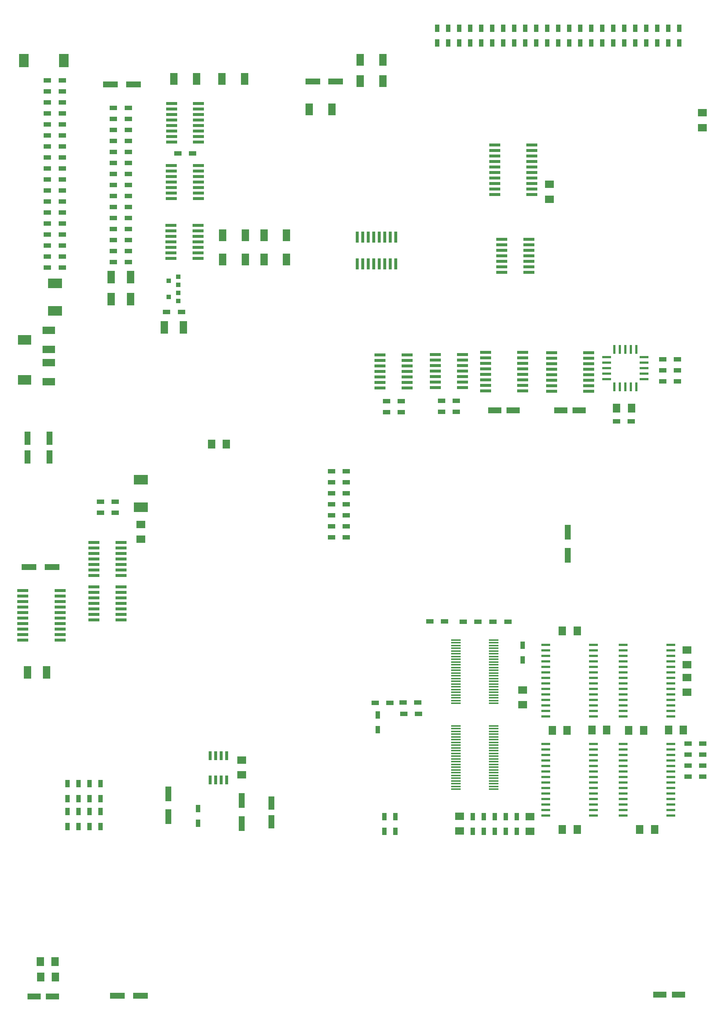
<source format=gbr>
G04 This is an RS-274x file exported by *
G04 gerbv version 2.7.0 *
G04 More information is available about gerbv at *
G04 http://gerbv.geda-project.org/ *
G04 --End of header info--*
%MOIN*%
%FSLAX36Y36*%
%IPPOS*%
G04 --Define apertures--*
%ADD10R,0.0433X0.0669*%
%ADD11R,0.0827X0.0669*%
%ADD12R,0.0669X0.0827*%
%ADD13R,0.0213X0.0827*%
%ADD14R,0.0827X0.0213*%
%ADD15R,0.1378X0.0551*%
%ADD16R,0.0551X0.1378*%
%ADD17R,0.0394X0.0394*%
%ADD18R,0.0669X0.0433*%
%ADD19R,0.0276X0.1024*%
%ADD20R,0.1024X0.0276*%
%ADD21R,0.0906X0.0118*%
%ADD22R,0.1220X0.0551*%
%ADD23R,0.0551X0.1220*%
%ADD24R,0.0276X0.0827*%
%ADD25R,0.1181X0.0669*%
%ADD26R,0.0669X0.1181*%
%ADD27R,0.1220X0.0866*%
%ADD28R,0.0866X0.1220*%
%ADD29R,0.1260X0.0906*%
%ADD30R,0.0669X0.1063*%
%ADD31R,0.0886X0.0118*%
%ADD32R,0.0118X0.0886*%
G04 --Start main section--*
G54D11*
G01X1287500Y-875492D03*
G01X1287504Y-1009870D03*
G54D12*
G01X5746878Y0181252D03*
G01X5612500Y0181252D03*
G54D11*
G01X6250000Y-2150004D03*
G01X6250000Y-2015626D03*
G01X6250000Y-2400004D03*
G01X6250000Y-2265626D03*
G01X4756252Y-2512504D03*
G01X4756252Y-2378126D03*
G54D12*
G01X5821874Y-3646874D03*
G01X5956252Y-3646874D03*
G01X5118748Y-3646874D03*
G01X5253130Y-3646874D03*
G01X6084374Y-2743748D03*
G01X6218756Y-2743748D03*
G01X5721874Y-2746874D03*
G01X5856252Y-2746874D03*
G01X5387500Y-2743748D03*
G01X5521878Y-2743748D03*
G01X5028126Y-2746874D03*
G01X5162504Y-2746874D03*
G01X5118748Y-1843748D03*
G01X5253130Y-1843748D03*
G54D11*
G01X6390626Y2728122D03*
G01X6390626Y2862500D03*
G01X5000000Y2078122D03*
G01X5000000Y2212500D03*
G54D15*
G01X1284378Y-5156252D03*
G01X1075000Y-5156252D03*
G01X0481252Y-1262504D03*
G01X0271878Y-1262504D03*
G01X1221878Y3121874D03*
G01X1012504Y3121874D03*
G01X3059378Y3146874D03*
G01X2850000Y3146874D03*
G54D16*
G01X1537500Y-3531252D03*
G01X1537500Y-3321874D03*
G01X2203126Y-3593748D03*
G01X2203126Y-3384374D03*
G01X5168748Y-1156252D03*
G01X5168748Y-946874D03*
G54D17*
G01X1628126Y1375000D03*
G01X1628126Y1300197D03*
G01X1540724Y1337598D03*
G01X1628126Y1228126D03*
G01X1628126Y1153323D03*
G01X1540724Y1190724D03*
G54D13*
G01X5690626Y0373917D03*
G01X5740626Y0373917D03*
G01X5790626Y0373917D03*
G54D14*
G01X5859917Y0443209D03*
G01X5859917Y0493209D03*
G01X5859917Y0543209D03*
G01X5859917Y0593209D03*
G01X5859917Y0643209D03*
G54D13*
G01X5790626Y0712500D03*
G01X5740626Y0712500D03*
G01X5690626Y0712500D03*
G01X5640626Y0712500D03*
G01X5590626Y0712500D03*
G54D14*
G01X5521335Y0643209D03*
G01X5521335Y0593209D03*
G01X5521335Y0543209D03*
G01X5521335Y0493209D03*
G01X5521335Y0443209D03*
G54D13*
G01X5590626Y0373917D03*
G01X5640626Y0373917D03*
G54D10*
G01X3981252Y3631252D03*
G01X3981252Y3496874D03*
G01X4081252Y3631252D03*
G01X4081252Y3496874D03*
G01X4181252Y3631252D03*
G01X4181252Y3496874D03*
G01X4281252Y3631252D03*
G01X4281252Y3496874D03*
G01X4381252Y3631252D03*
G01X4381252Y3496874D03*
G01X4481252Y3496874D03*
G01X4481252Y3631252D03*
G01X4581252Y3496874D03*
G01X4581252Y3631252D03*
G01X4681252Y3496874D03*
G01X4681252Y3631252D03*
G01X4781252Y3496874D03*
G01X4781252Y3631252D03*
G01X4881252Y3496874D03*
G01X4881252Y3631252D03*
G01X4981252Y3496874D03*
G01X4981252Y3631252D03*
G01X5081252Y3496874D03*
G01X5081252Y3631252D03*
G01X5181252Y3496874D03*
G01X5181252Y3631252D03*
G01X5281252Y3496874D03*
G01X5281252Y3631252D03*
G01X5381252Y3496874D03*
G01X5381252Y3631252D03*
G01X5481252Y3496874D03*
G01X5481252Y3631252D03*
G01X5581252Y3496874D03*
G01X5581252Y3631252D03*
G01X5681252Y3496874D03*
G01X5681252Y3631252D03*
G01X5781252Y3496874D03*
G01X5781252Y3631252D03*
G01X5881252Y3496874D03*
G01X5881252Y3631252D03*
G01X5981252Y3496874D03*
G01X5981252Y3631252D03*
G01X6081252Y3496874D03*
G01X6081252Y3631252D03*
G01X6181252Y3496874D03*
G01X6181252Y3631252D03*
G54D18*
G01X0573437Y3157811D03*
G01X0439059Y3157811D03*
G01X0573437Y3057811D03*
G01X0439059Y3057811D03*
G01X0573437Y2957811D03*
G01X0439059Y2957811D03*
G01X0573437Y2857811D03*
G01X0439059Y2857811D03*
G01X0573437Y2757811D03*
G01X0439059Y2757811D03*
G01X0439059Y2657811D03*
G01X0573437Y2657811D03*
G01X0439059Y2557811D03*
G01X0573437Y2557811D03*
G01X0439059Y2457811D03*
G01X0573437Y2457811D03*
G01X0439059Y2357811D03*
G01X0573437Y2357811D03*
G01X0439059Y2257811D03*
G01X0573437Y2257811D03*
G01X0439059Y2157811D03*
G01X0573437Y2157811D03*
G01X0439059Y2057811D03*
G01X0573437Y2057811D03*
G01X0439059Y1957811D03*
G01X0573437Y1957811D03*
G01X0439059Y1857811D03*
G01X0573437Y1857811D03*
G01X0439059Y1757811D03*
G01X0573437Y1757811D03*
G01X0439059Y1657811D03*
G01X0573437Y1657811D03*
G01X0439059Y1557811D03*
G01X0573437Y1557811D03*
G01X0439059Y1457811D03*
G01X0573437Y1457811D03*
G01X1173437Y2907811D03*
G01X1039059Y2907811D03*
G01X1173437Y2807811D03*
G01X1039059Y2807811D03*
G01X1039059Y2707811D03*
G01X1173437Y2707811D03*
G01X1039059Y2607811D03*
G01X1173437Y2607811D03*
G01X1039059Y2507811D03*
G01X1173437Y2507811D03*
G01X1039059Y2407811D03*
G01X1173437Y2407811D03*
G01X1039059Y2307811D03*
G01X1173437Y2307811D03*
G01X1039059Y2207811D03*
G01X1173437Y2207811D03*
G01X1039059Y2107811D03*
G01X1173437Y2107811D03*
G01X1039059Y2007811D03*
G01X1173437Y2007811D03*
G01X1039059Y1907811D03*
G01X1173437Y1907811D03*
G01X1039059Y1807811D03*
G01X1173437Y1807811D03*
G01X1039059Y1707811D03*
G01X1173437Y1707811D03*
G01X1039059Y1607811D03*
G01X1173437Y1607811D03*
G01X1039059Y1507811D03*
G01X1173437Y1507811D03*
G54D10*
G01X0621874Y-3365626D03*
G01X0621874Y-3231252D03*
G01X0721874Y-3365626D03*
G01X0721874Y-3231252D03*
G01X0821874Y-3365626D03*
G01X0821874Y-3231252D03*
G01X0921874Y-3365626D03*
G01X0921874Y-3231252D03*
G01X0621874Y-3618748D03*
G01X0621874Y-3484374D03*
G01X0721874Y-3618748D03*
G01X0721874Y-3484374D03*
G01X0821874Y-3618748D03*
G01X0821874Y-3484374D03*
G01X0921874Y-3618748D03*
G01X0921874Y-3484374D03*
G01X4303126Y-3662500D03*
G01X4303126Y-3528126D03*
G01X4403126Y-3662500D03*
G01X4403126Y-3528126D03*
G01X4503126Y-3662500D03*
G01X4503126Y-3528126D03*
G01X4603126Y-3662500D03*
G01X4603126Y-3528126D03*
G01X4703126Y-3662500D03*
G01X4703126Y-3528126D03*
G01X3500000Y-3662500D03*
G01X3500000Y-3528126D03*
G01X3600000Y-3662500D03*
G01X3600000Y-3528126D03*
G01X3440626Y-2740626D03*
G01X3440626Y-2606252D03*
G01X4756252Y-2106252D03*
G01X4756252Y-1971874D03*
G54D18*
G01X3020311Y-392189D03*
G01X3154685Y-392189D03*
G01X3020311Y-492189D03*
G01X3154685Y-492189D03*
G01X3020311Y-592189D03*
G01X3154685Y-592189D03*
G01X3020311Y-692189D03*
G01X3154685Y-692189D03*
G01X3020311Y-792189D03*
G01X3154685Y-792189D03*
G01X3020311Y-892189D03*
G01X3154685Y-892189D03*
G01X3020311Y-992189D03*
G01X3154685Y-992189D03*
G01X0920311Y-670315D03*
G01X1054685Y-670315D03*
G01X0920311Y-770315D03*
G01X1054685Y-770315D03*
G01X3520311Y0242189D03*
G01X3654685Y0242189D03*
G01X3520311Y0142189D03*
G01X3654685Y0142189D03*
G01X4020311Y0245315D03*
G01X4154685Y0245315D03*
G01X4020311Y0145315D03*
G01X4154685Y0145315D03*
G01X5610937Y0060937D03*
G01X5745311Y0060937D03*
G01X6029685Y0623437D03*
G01X6164063Y0623437D03*
G01X6029685Y0523437D03*
G01X6164063Y0523437D03*
G01X6029685Y0423437D03*
G01X6164063Y0423437D03*
G01X3914063Y-1757811D03*
G01X4048437Y-1757811D03*
G01X4217185Y-1760937D03*
G01X4351559Y-1760937D03*
G01X4489063Y-1760937D03*
G01X4623437Y-1760937D03*
G01X3417185Y-2495315D03*
G01X3551559Y-2495315D03*
G01X3670311Y-2492189D03*
G01X3804685Y-2492189D03*
G01X3676559Y-2595315D03*
G01X3810937Y-2595315D03*
G01X6260937Y-2867189D03*
G01X6395311Y-2867189D03*
G01X6260937Y-2967189D03*
G01X6395311Y-2967189D03*
G01X6260937Y-3067189D03*
G01X6395311Y-3067189D03*
G01X6260937Y-3167189D03*
G01X6395311Y-3167189D03*
G54D10*
G01X1806252Y-3590626D03*
G01X1806252Y-3456252D03*
G54D12*
G01X0375000Y-4846874D03*
G01X0509378Y-4846874D03*
G01X0378126Y-4987500D03*
G01X0512504Y-4987496D03*
G54D11*
G01X4184378Y-3659378D03*
G01X4184374Y-3525000D03*
G01X4825000Y-3662504D03*
G01X4825000Y-3528126D03*
G01X2203126Y-3150004D03*
G01X2203126Y-3015626D03*
G54D14*
G01X6104945Y-3518748D03*
G01X6104945Y-3468748D03*
G01X6104945Y-3418748D03*
G01X6104945Y-3368748D03*
G01X6104945Y-3318748D03*
G01X6104945Y-3268748D03*
G01X6104945Y-3218748D03*
G01X6104945Y-3168748D03*
G01X6104945Y-3118748D03*
G01X6104945Y-3068748D03*
G01X6104945Y-3018748D03*
G01X6104945Y-2968748D03*
G01X6104945Y-2918748D03*
G01X6104945Y-2868748D03*
G01X5671874Y-2868748D03*
G01X5671874Y-2918748D03*
G01X5671874Y-2968748D03*
G01X5671874Y-3018748D03*
G01X5671874Y-3068748D03*
G01X5671874Y-3118748D03*
G01X5671874Y-3168748D03*
G01X5671874Y-3218748D03*
G01X5671874Y-3268748D03*
G01X5671874Y-3318748D03*
G01X5671874Y-3368748D03*
G01X5671874Y-3418748D03*
G01X5671874Y-3468748D03*
G01X5671874Y-3518748D03*
G01X5401819Y-3518748D03*
G01X5401819Y-3468748D03*
G01X5401819Y-3418748D03*
G01X5401819Y-3368748D03*
G01X5401819Y-3318748D03*
G01X5401819Y-3268748D03*
G01X5401819Y-3218748D03*
G01X5401819Y-3168748D03*
G01X5401819Y-3118748D03*
G01X5401819Y-3068748D03*
G01X5401819Y-3018748D03*
G01X5401819Y-2968748D03*
G01X5401819Y-2918748D03*
G01X5401819Y-2868748D03*
G01X4968748Y-2868748D03*
G01X4968748Y-2918748D03*
G01X4968748Y-2968748D03*
G01X4968748Y-3018748D03*
G01X4968748Y-3068748D03*
G01X4968748Y-3118748D03*
G01X4968748Y-3168748D03*
G01X4968748Y-3218748D03*
G01X4968748Y-3268748D03*
G01X4968748Y-3318748D03*
G01X4968748Y-3368748D03*
G01X4968748Y-3418748D03*
G01X4968748Y-3468748D03*
G01X4968748Y-3518748D03*
G01X6104945Y-2618748D03*
G01X6104945Y-2568748D03*
G01X6104945Y-2518748D03*
G01X6104945Y-2468748D03*
G01X6104945Y-2418748D03*
G01X6104945Y-2368748D03*
G01X6104945Y-2318748D03*
G01X6104945Y-2268748D03*
G01X6104945Y-2218748D03*
G01X6104945Y-2168748D03*
G01X6104945Y-2118748D03*
G01X6104945Y-2068748D03*
G01X6104945Y-2018748D03*
G01X6104945Y-1968748D03*
G01X5671874Y-1968748D03*
G01X5671874Y-2018748D03*
G01X5671874Y-2068748D03*
G01X5671874Y-2118748D03*
G01X5671874Y-2168748D03*
G01X5671874Y-2218748D03*
G01X5671874Y-2268748D03*
G01X5671874Y-2318748D03*
G01X5671874Y-2368748D03*
G01X5671874Y-2418748D03*
G01X5671874Y-2468748D03*
G01X5671874Y-2518748D03*
G01X5671874Y-2568748D03*
G01X5671874Y-2618748D03*
G01X5401819Y-2618748D03*
G01X5401819Y-2568748D03*
G01X5401819Y-2518748D03*
G01X5401819Y-2468748D03*
G01X5401819Y-2418748D03*
G01X5401819Y-2368748D03*
G01X5401819Y-2318748D03*
G01X5401819Y-2268748D03*
G01X5401819Y-2218748D03*
G01X5401819Y-2168748D03*
G01X5401819Y-2118748D03*
G01X5401819Y-2068748D03*
G01X5401819Y-2018748D03*
G01X5401819Y-1968748D03*
G01X4968748Y-1968748D03*
G01X4968748Y-2018748D03*
G01X4968748Y-2068748D03*
G01X4968748Y-2118748D03*
G01X4968748Y-2168748D03*
G01X4968748Y-2218748D03*
G01X4968748Y-2268748D03*
G01X4968748Y-2318748D03*
G01X4968748Y-2368748D03*
G01X4968748Y-2418748D03*
G01X4968748Y-2468748D03*
G01X4968748Y-2518748D03*
G01X4968748Y-2568748D03*
G01X4968748Y-2618748D03*
G54D19*
G01X3253126Y1734374D03*
G01X3303126Y1734374D03*
G01X3353126Y1734374D03*
G01X3403126Y1734374D03*
G01X3453126Y1734374D03*
G01X3503126Y1734374D03*
G01X3553126Y1734374D03*
G01X3603126Y1734374D03*
G01X3253126Y1490626D03*
G01X3303126Y1490626D03*
G01X3353126Y1490626D03*
G01X3403126Y1490626D03*
G01X3453126Y1490626D03*
G01X3503126Y1490626D03*
G01X3553126Y1490626D03*
G01X3603126Y1490626D03*
G54D20*
G01X4212500Y0665626D03*
G01X4212500Y0615626D03*
G01X4212500Y0565626D03*
G01X4212500Y0515626D03*
G01X4212500Y0465626D03*
G01X4212500Y0415626D03*
G01X4212500Y0365626D03*
G01X3965626Y0665626D03*
G01X3965626Y0615626D03*
G01X3965626Y0565626D03*
G01X3965626Y0515626D03*
G01X3965626Y0465626D03*
G01X3965626Y0415626D03*
G01X3965626Y0365626D03*
G01X3709374Y0662500D03*
G01X3709374Y0612500D03*
G01X3709374Y0562500D03*
G01X3709374Y0512500D03*
G01X3709374Y0462500D03*
G01X3709374Y0412500D03*
G01X3709374Y0362500D03*
G01X3462500Y0662500D03*
G01X3462500Y0612500D03*
G01X3462500Y0562500D03*
G01X3462500Y0512500D03*
G01X3462500Y0462500D03*
G01X3462500Y0412500D03*
G01X3462500Y0362500D03*
G01X4815626Y1712500D03*
G01X4815626Y1662500D03*
G01X4815626Y1612500D03*
G01X4815626Y1562500D03*
G01X4815626Y1512500D03*
G01X4815626Y1462500D03*
G01X4815626Y1412500D03*
G01X4568748Y1712500D03*
G01X4568748Y1662500D03*
G01X4568748Y1612500D03*
G01X4568748Y1562500D03*
G01X4568748Y1512500D03*
G01X4568748Y1462500D03*
G01X4568748Y1412500D03*
G01X4759374Y0687500D03*
G01X4759374Y0637500D03*
G01X4759374Y0587500D03*
G01X4759374Y0537500D03*
G01X4759374Y0487500D03*
G01X4759374Y0437500D03*
G01X4759374Y0387500D03*
G01X4759374Y0337500D03*
G01X4421874Y0687500D03*
G01X4421874Y0637500D03*
G01X4421874Y0587500D03*
G01X4421874Y0537500D03*
G01X4421874Y0487500D03*
G01X4421874Y0437500D03*
G01X4421874Y0387500D03*
G01X4421874Y0337500D03*
G01X5359374Y0684374D03*
G01X5359374Y0634374D03*
G01X5359374Y0584374D03*
G01X5359374Y0534374D03*
G01X5359374Y0484374D03*
G01X5359374Y0434374D03*
G01X5359374Y0384374D03*
G01X5359374Y0334374D03*
G01X5021874Y0684374D03*
G01X5021874Y0634374D03*
G01X5021874Y0584374D03*
G01X5021874Y0534374D03*
G01X5021874Y0484374D03*
G01X5021874Y0434374D03*
G01X5021874Y0384374D03*
G01X5021874Y0334374D03*
G01X4840626Y2568748D03*
G01X4840626Y2518748D03*
G01X4840626Y2468748D03*
G01X4840626Y2418748D03*
G01X4840626Y2368748D03*
G01X4840626Y2318748D03*
G01X4840626Y2268748D03*
G01X4840626Y2218748D03*
G01X4503126Y2568748D03*
G01X4503126Y2518748D03*
G01X4503126Y2468748D03*
G01X4503126Y2418748D03*
G01X4503126Y2368748D03*
G01X4503126Y2318748D03*
G01X4503126Y2268748D03*
G01X4503126Y2218748D03*
G01X4840626Y2168748D03*
G01X4840626Y2118748D03*
G01X4503126Y2168748D03*
G01X4503126Y2118748D03*
G01X0553126Y-1475000D03*
G01X0553126Y-1525000D03*
G01X0553126Y-1575000D03*
G01X0553126Y-1625000D03*
G01X0553126Y-1675000D03*
G01X0553126Y-1725000D03*
G01X0553126Y-1775000D03*
G01X0553126Y-1825000D03*
G01X0215626Y-1475000D03*
G01X0215626Y-1525000D03*
G01X0215626Y-1575000D03*
G01X0215626Y-1625000D03*
G01X0215626Y-1675000D03*
G01X0215626Y-1725000D03*
G01X0215626Y-1775000D03*
G01X0215626Y-1825000D03*
G01X0553126Y-1875000D03*
G01X0553126Y-1925000D03*
G01X0215626Y-1875000D03*
G01X0215626Y-1925000D03*
G01X1109374Y-1443748D03*
G01X1109374Y-1493748D03*
G01X1109374Y-1543748D03*
G01X1109374Y-1593748D03*
G01X1109374Y-1643748D03*
G01X1109374Y-1693748D03*
G01X1109374Y-1743748D03*
G01X0862500Y-1443748D03*
G01X0862500Y-1493748D03*
G01X0862500Y-1543748D03*
G01X0862500Y-1593748D03*
G01X0862500Y-1643748D03*
G01X0862500Y-1693748D03*
G01X0862500Y-1743748D03*
G01X1109374Y-1040626D03*
G01X1109374Y-1090626D03*
G01X1109374Y-1140626D03*
G01X1109374Y-1190626D03*
G01X1109374Y-1240626D03*
G01X1109374Y-1290626D03*
G01X1109374Y-1340626D03*
G01X0862500Y-1040626D03*
G01X0862500Y-1090626D03*
G01X0862500Y-1140626D03*
G01X0862500Y-1190626D03*
G01X0862500Y-1240626D03*
G01X0862500Y-1290626D03*
G01X0862500Y-1340626D03*
G01X1809374Y1840626D03*
G01X1809374Y1790626D03*
G01X1809374Y1740626D03*
G01X1809374Y1690626D03*
G01X1809374Y1640626D03*
G01X1809374Y1590626D03*
G01X1809374Y1540626D03*
G01X1562500Y1840626D03*
G01X1562500Y1790626D03*
G01X1562500Y1740626D03*
G01X1562500Y1690626D03*
G01X1562500Y1640626D03*
G01X1562500Y1590626D03*
G01X1562500Y1540626D03*
G01X1812500Y2384374D03*
G01X1812500Y2334374D03*
G01X1812500Y2284374D03*
G01X1812500Y2234374D03*
G01X1812500Y2184374D03*
G01X1812500Y2134374D03*
G01X1812500Y2084374D03*
G01X1565626Y2384374D03*
G01X1565626Y2334374D03*
G01X1565626Y2284374D03*
G01X1565626Y2234374D03*
G01X1565626Y2184374D03*
G01X1565626Y2134374D03*
G01X1565626Y2084374D03*
G54D18*
G01X1623437Y2492189D03*
G01X1757811Y2492185D03*
G54D20*
G01X1812500Y2946874D03*
G01X1812500Y2896874D03*
G01X1812500Y2846874D03*
G01X1812500Y2796874D03*
G01X1812500Y2746874D03*
G01X1812500Y2696874D03*
G01X1812500Y2646874D03*
G01X1812500Y2596874D03*
G01X1568748Y2946874D03*
G01X1568748Y2896874D03*
G01X1568748Y2846874D03*
G01X1568748Y2796874D03*
G01X1568748Y2746874D03*
G01X1568748Y2696874D03*
G01X1568748Y2646874D03*
G01X1568748Y2596874D03*
G54D18*
G01X1521874Y1053126D03*
G01X1656252Y1053126D03*
G54D12*
G01X1931252Y-146874D03*
G01X2065630Y-146874D03*
G54D21*
G01X4151563Y-1925000D03*
G01X4151563Y-1950000D03*
G01X4151563Y-1975000D03*
G01X4151563Y-2000000D03*
G01X4151563Y-2025000D03*
G01X4151563Y-2050000D03*
G01X4151563Y-2075000D03*
G01X4151563Y-2100000D03*
G01X4151563Y-2125000D03*
G01X4151563Y-2150000D03*
G01X4151563Y-2175000D03*
G01X4151563Y-2200000D03*
G01X4151563Y-2225000D03*
G01X4151563Y-2250000D03*
G01X4151563Y-2275000D03*
G01X4151563Y-2300000D03*
G01X4151563Y-2325000D03*
G01X4151563Y-2350000D03*
G01X4151563Y-2375000D03*
G01X4151563Y-2400000D03*
G01X4151563Y-2425000D03*
G01X4151563Y-2450000D03*
G01X4151563Y-2475000D03*
G01X4151563Y-2500000D03*
G01X4493748Y-1925000D03*
G01X4493748Y-1950000D03*
G01X4493748Y-1975000D03*
G01X4493748Y-2000000D03*
G01X4493752Y-2025000D03*
G01X4493752Y-2050000D03*
G01X4493752Y-2075000D03*
G01X4493752Y-2100000D03*
G01X4493748Y-2125000D03*
G01X4493748Y-2150000D03*
G01X4493748Y-2175000D03*
G01X4493748Y-2200000D03*
G01X4493752Y-2225000D03*
G01X4493752Y-2250000D03*
G01X4493752Y-2275000D03*
G01X4493752Y-2300000D03*
G01X4493748Y-2325000D03*
G01X4493748Y-2350000D03*
G01X4493748Y-2375000D03*
G01X4493748Y-2400000D03*
G01X4493752Y-2425000D03*
G01X4493752Y-2450000D03*
G01X4493752Y-2475000D03*
G01X4493752Y-2500000D03*
G01X4151563Y-2706252D03*
G01X4151563Y-2731252D03*
G01X4151563Y-2756252D03*
G01X4151563Y-2781252D03*
G01X4151563Y-2806252D03*
G01X4151563Y-2831252D03*
G01X4151563Y-2856252D03*
G01X4151563Y-2881252D03*
G01X4151563Y-2906252D03*
G01X4151563Y-2931252D03*
G01X4151563Y-2956252D03*
G01X4151563Y-2981252D03*
G01X4151563Y-3006252D03*
G01X4151563Y-3031252D03*
G01X4151563Y-3056252D03*
G01X4151563Y-3081252D03*
G01X4151563Y-3106252D03*
G01X4151563Y-3131252D03*
G01X4151563Y-3156252D03*
G01X4151563Y-3181252D03*
G01X4151563Y-3206252D03*
G01X4151563Y-3231252D03*
G01X4151563Y-3256252D03*
G01X4151563Y-3281252D03*
G01X4493748Y-2706252D03*
G01X4493748Y-2731252D03*
G01X4493748Y-2756252D03*
G01X4493748Y-2781252D03*
G01X4493752Y-2806252D03*
G01X4493752Y-2831252D03*
G01X4493752Y-2856252D03*
G01X4493752Y-2881252D03*
G01X4493748Y-2906252D03*
G01X4493748Y-2931252D03*
G01X4493748Y-2956252D03*
G01X4493748Y-2981252D03*
G01X4493752Y-3006252D03*
G01X4493752Y-3031252D03*
G01X4493752Y-3056252D03*
G01X4493752Y-3081252D03*
G01X4493748Y-3106252D03*
G01X4493748Y-3131252D03*
G01X4493748Y-3156252D03*
G01X4493748Y-3181252D03*
G01X4493752Y-3206252D03*
G01X4493752Y-3231252D03*
G01X4493752Y-3256252D03*
G01X4493752Y-3281252D03*
G54D22*
G01X0317189Y-5164063D03*
G01X0485937Y-5164063D03*
G01X6004685Y-5145315D03*
G01X6173437Y-5145315D03*
G54D24*
G01X1918748Y-3196850D03*
G01X1968748Y-3196850D03*
G01X2018748Y-3196850D03*
G01X2068748Y-3196850D03*
G01X2068748Y-2975000D03*
G01X2018748Y-2975000D03*
G01X1968748Y-2975000D03*
G01X1918748Y-2975000D03*
G54D23*
G01X2475000Y-3406252D03*
G01X2475000Y-3575000D03*
G01X0256252Y-093748D03*
G01X0256252Y-262500D03*
G01X0456252Y-093748D03*
G01X0456252Y-262500D03*
G54D22*
G01X4671874Y0159378D03*
G01X4503126Y0159378D03*
G01X5271874Y0159378D03*
G01X5103126Y0159378D03*
G54D25*
G01X0450000Y0887500D03*
G01X0450000Y0712500D03*
G01X0450000Y0593748D03*
G01X0450000Y0418748D03*
G54D26*
G01X1675000Y0912496D03*
G01X1500000Y0912496D03*
G01X1193748Y1368748D03*
G01X1018748Y1368748D03*
G01X1193748Y1168748D03*
G01X1018748Y1168748D03*
G01X0431248Y-2218752D03*
G01X0256248Y-2218752D03*
G54D27*
G01X0231252Y0437500D03*
G01X0231252Y0800000D03*
G54D28*
G01X0225004Y3337500D03*
G01X0587504Y3337500D03*
G54D29*
G01X1287496Y-718748D03*
G01X1287496Y-468748D03*
G01X0506248Y1062504D03*
G01X0506248Y1312504D03*
G54D30*
G01X1587500Y3168748D03*
G01X1793748Y3168748D03*
G01X2025000Y3168748D03*
G01X2231252Y3168748D03*
G01X2818748Y2893748D03*
G01X3025000Y2893748D03*
G01X3281252Y3343748D03*
G01X3487500Y3343748D03*
G01X3281252Y3150000D03*
G01X3487500Y3150000D03*
G01X2031252Y1750000D03*
G01X2237500Y1750000D03*
G01X2031252Y1531252D03*
G01X2237500Y1531252D03*
G01X2406252Y1750000D03*
G01X2612500Y1750000D03*
G01X2406252Y1531252D03*
G01X2612500Y1531252D03*
M02*

</source>
